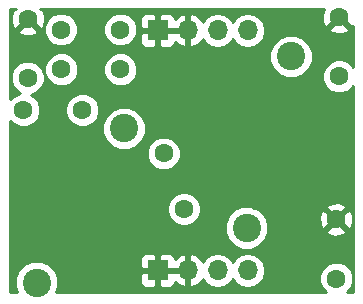
<source format=gbr>
G04 #@! TF.FileFunction,Copper,L2,Bot,Signal*
%FSLAX46Y46*%
G04 Gerber Fmt 4.6, Leading zero omitted, Abs format (unit mm)*
G04 Created by KiCad (PCBNEW 4.0.7) date 12/28/22 10:35:37*
%MOMM*%
%LPD*%
G01*
G04 APERTURE LIST*
%ADD10C,0.100000*%
%ADD11C,2.400000*%
%ADD12C,1.600000*%
%ADD13R,1.700000X1.700000*%
%ADD14O,1.700000X1.700000*%
%ADD15C,0.254000*%
G04 APERTURE END LIST*
D10*
D11*
X129720000Y-99739705D03*
X122337583Y-112786425D03*
D12*
X147940000Y-90330000D03*
X147940000Y-95330000D03*
X129400000Y-91360000D03*
X124400000Y-91360000D03*
X129420000Y-94720000D03*
X124420000Y-94720000D03*
X121580000Y-90450000D03*
X121580000Y-95450000D03*
X126200000Y-98180000D03*
X121200000Y-98180000D03*
X147701000Y-107442000D03*
X147701000Y-112442000D03*
D11*
X143868600Y-93639452D03*
X140114472Y-108152326D03*
D13*
X132588000Y-111760000D03*
D14*
X135128000Y-111760000D03*
X137668000Y-111760000D03*
X140208000Y-111760000D03*
D13*
X132588000Y-91440000D03*
D14*
X135128000Y-91440000D03*
X137668000Y-91440000D03*
X140208000Y-91440000D03*
D12*
X133096000Y-101854000D03*
X134806101Y-106552463D03*
D15*
G36*
X120572253Y-89621861D02*
X120326136Y-89695995D01*
X120133035Y-90233223D01*
X120160222Y-90803454D01*
X120326136Y-91204005D01*
X120572255Y-91278139D01*
X121400395Y-90450000D01*
X121386252Y-90435858D01*
X121565858Y-90256252D01*
X121580000Y-90270395D01*
X121594142Y-90256252D01*
X121773748Y-90435858D01*
X121759605Y-90450000D01*
X122587745Y-91278139D01*
X122833864Y-91204005D01*
X123026965Y-90666777D01*
X122999778Y-90096546D01*
X122833864Y-89695995D01*
X122587747Y-89621861D01*
X122599608Y-89610000D01*
X146673913Y-89610000D01*
X146493035Y-90113223D01*
X146520222Y-90683454D01*
X146686136Y-91084005D01*
X146932255Y-91158139D01*
X147760395Y-90330000D01*
X147746252Y-90315858D01*
X147925858Y-90136252D01*
X147940000Y-90150395D01*
X147954142Y-90136252D01*
X148133748Y-90315858D01*
X148119605Y-90330000D01*
X148947745Y-91158139D01*
X149150000Y-91097217D01*
X149150000Y-94510944D01*
X148753923Y-94114176D01*
X148226691Y-93895250D01*
X147655813Y-93894752D01*
X147128200Y-94112757D01*
X146724176Y-94516077D01*
X146505250Y-95043309D01*
X146504752Y-95614187D01*
X146722757Y-96141800D01*
X147126077Y-96545824D01*
X147653309Y-96764750D01*
X148224187Y-96765248D01*
X148751800Y-96547243D01*
X149150000Y-96149737D01*
X149150000Y-113590000D01*
X148582164Y-113590000D01*
X148916824Y-113255923D01*
X149135750Y-112728691D01*
X149136248Y-112157813D01*
X148918243Y-111630200D01*
X148514923Y-111226176D01*
X147987691Y-111007250D01*
X147416813Y-111006752D01*
X146889200Y-111224757D01*
X146485176Y-111628077D01*
X146266250Y-112155309D01*
X146265752Y-112726187D01*
X146483757Y-113253800D01*
X146819371Y-113590000D01*
X123990818Y-113590000D01*
X124172264Y-113153030D01*
X124172901Y-112423022D01*
X124017016Y-112045750D01*
X131103000Y-112045750D01*
X131103000Y-112736309D01*
X131199673Y-112969698D01*
X131378301Y-113148327D01*
X131611690Y-113245000D01*
X132302250Y-113245000D01*
X132461000Y-113086250D01*
X132461000Y-111887000D01*
X132715000Y-111887000D01*
X132715000Y-113086250D01*
X132873750Y-113245000D01*
X133564310Y-113245000D01*
X133797699Y-113148327D01*
X133976327Y-112969698D01*
X134063136Y-112760122D01*
X134361076Y-113031645D01*
X134771110Y-113201476D01*
X135001000Y-113080155D01*
X135001000Y-111887000D01*
X132715000Y-111887000D01*
X132461000Y-111887000D01*
X131261750Y-111887000D01*
X131103000Y-112045750D01*
X124017016Y-112045750D01*
X123894128Y-111748339D01*
X123378384Y-111231695D01*
X122704188Y-110951744D01*
X121974180Y-110951107D01*
X121299497Y-111229880D01*
X120782853Y-111745624D01*
X120502902Y-112419820D01*
X120502265Y-113149828D01*
X120684140Y-113590000D01*
X120090000Y-113590000D01*
X120090000Y-110783691D01*
X131103000Y-110783691D01*
X131103000Y-111474250D01*
X131261750Y-111633000D01*
X132461000Y-111633000D01*
X132461000Y-110433750D01*
X132715000Y-110433750D01*
X132715000Y-111633000D01*
X135001000Y-111633000D01*
X135001000Y-110439845D01*
X135255000Y-110439845D01*
X135255000Y-111633000D01*
X135275000Y-111633000D01*
X135275000Y-111887000D01*
X135255000Y-111887000D01*
X135255000Y-113080155D01*
X135484890Y-113201476D01*
X135894924Y-113031645D01*
X136323183Y-112641358D01*
X136390298Y-112498447D01*
X136617946Y-112839147D01*
X137099715Y-113161054D01*
X137668000Y-113274093D01*
X138236285Y-113161054D01*
X138718054Y-112839147D01*
X138938000Y-112509974D01*
X139157946Y-112839147D01*
X139639715Y-113161054D01*
X140208000Y-113274093D01*
X140776285Y-113161054D01*
X141258054Y-112839147D01*
X141579961Y-112357378D01*
X141693000Y-111789093D01*
X141693000Y-111730907D01*
X141579961Y-111162622D01*
X141258054Y-110680853D01*
X140776285Y-110358946D01*
X140208000Y-110245907D01*
X139639715Y-110358946D01*
X139157946Y-110680853D01*
X138938000Y-111010026D01*
X138718054Y-110680853D01*
X138236285Y-110358946D01*
X137668000Y-110245907D01*
X137099715Y-110358946D01*
X136617946Y-110680853D01*
X136390298Y-111021553D01*
X136323183Y-110878642D01*
X135894924Y-110488355D01*
X135484890Y-110318524D01*
X135255000Y-110439845D01*
X135001000Y-110439845D01*
X134771110Y-110318524D01*
X134361076Y-110488355D01*
X134063136Y-110759878D01*
X133976327Y-110550302D01*
X133797699Y-110371673D01*
X133564310Y-110275000D01*
X132873750Y-110275000D01*
X132715000Y-110433750D01*
X132461000Y-110433750D01*
X132302250Y-110275000D01*
X131611690Y-110275000D01*
X131378301Y-110371673D01*
X131199673Y-110550302D01*
X131103000Y-110783691D01*
X120090000Y-110783691D01*
X120090000Y-108515729D01*
X138279154Y-108515729D01*
X138557927Y-109190412D01*
X139073671Y-109707056D01*
X139747867Y-109987007D01*
X140477875Y-109987644D01*
X141152558Y-109708871D01*
X141669202Y-109193127D01*
X141949153Y-108518931D01*
X141949213Y-108449745D01*
X146872861Y-108449745D01*
X146946995Y-108695864D01*
X147484223Y-108888965D01*
X148054454Y-108861778D01*
X148455005Y-108695864D01*
X148529139Y-108449745D01*
X147701000Y-107621605D01*
X146872861Y-108449745D01*
X141949213Y-108449745D01*
X141949790Y-107788923D01*
X141716875Y-107225223D01*
X146254035Y-107225223D01*
X146281222Y-107795454D01*
X146447136Y-108196005D01*
X146693255Y-108270139D01*
X147521395Y-107442000D01*
X147880605Y-107442000D01*
X148708745Y-108270139D01*
X148954864Y-108196005D01*
X149147965Y-107658777D01*
X149120778Y-107088546D01*
X148954864Y-106687995D01*
X148708745Y-106613861D01*
X147880605Y-107442000D01*
X147521395Y-107442000D01*
X146693255Y-106613861D01*
X146447136Y-106687995D01*
X146254035Y-107225223D01*
X141716875Y-107225223D01*
X141671017Y-107114240D01*
X141155273Y-106597596D01*
X140761905Y-106434255D01*
X146872861Y-106434255D01*
X147701000Y-107262395D01*
X148529139Y-106434255D01*
X148455005Y-106188136D01*
X147917777Y-105995035D01*
X147347546Y-106022222D01*
X146946995Y-106188136D01*
X146872861Y-106434255D01*
X140761905Y-106434255D01*
X140481077Y-106317645D01*
X139751069Y-106317008D01*
X139076386Y-106595781D01*
X138559742Y-107111525D01*
X138279791Y-107785721D01*
X138279154Y-108515729D01*
X120090000Y-108515729D01*
X120090000Y-106836650D01*
X133370853Y-106836650D01*
X133588858Y-107364263D01*
X133992178Y-107768287D01*
X134519410Y-107987213D01*
X135090288Y-107987711D01*
X135617901Y-107769706D01*
X136021925Y-107366386D01*
X136240851Y-106839154D01*
X136241349Y-106268276D01*
X136023344Y-105740663D01*
X135620024Y-105336639D01*
X135092792Y-105117713D01*
X134521914Y-105117215D01*
X133994301Y-105335220D01*
X133590277Y-105738540D01*
X133371351Y-106265772D01*
X133370853Y-106836650D01*
X120090000Y-106836650D01*
X120090000Y-102138187D01*
X131660752Y-102138187D01*
X131878757Y-102665800D01*
X132282077Y-103069824D01*
X132809309Y-103288750D01*
X133380187Y-103289248D01*
X133907800Y-103071243D01*
X134311824Y-102667923D01*
X134530750Y-102140691D01*
X134531248Y-101569813D01*
X134313243Y-101042200D01*
X133909923Y-100638176D01*
X133382691Y-100419250D01*
X132811813Y-100418752D01*
X132284200Y-100636757D01*
X131880176Y-101040077D01*
X131661250Y-101567309D01*
X131660752Y-102138187D01*
X120090000Y-102138187D01*
X120090000Y-100103108D01*
X127884682Y-100103108D01*
X128163455Y-100777791D01*
X128679199Y-101294435D01*
X129353395Y-101574386D01*
X130083403Y-101575023D01*
X130758086Y-101296250D01*
X131274730Y-100780506D01*
X131554681Y-100106310D01*
X131555318Y-99376302D01*
X131276545Y-98701619D01*
X130760801Y-98184975D01*
X130086605Y-97905024D01*
X129356597Y-97904387D01*
X128681914Y-98183160D01*
X128165270Y-98698904D01*
X127885319Y-99373100D01*
X127884682Y-100103108D01*
X120090000Y-100103108D01*
X120090000Y-99099230D01*
X120386077Y-99395824D01*
X120913309Y-99614750D01*
X121484187Y-99615248D01*
X122011800Y-99397243D01*
X122415824Y-98993923D01*
X122634750Y-98466691D01*
X122634752Y-98464187D01*
X124764752Y-98464187D01*
X124982757Y-98991800D01*
X125386077Y-99395824D01*
X125913309Y-99614750D01*
X126484187Y-99615248D01*
X127011800Y-99397243D01*
X127415824Y-98993923D01*
X127634750Y-98466691D01*
X127635248Y-97895813D01*
X127417243Y-97368200D01*
X127013923Y-96964176D01*
X126486691Y-96745250D01*
X125915813Y-96744752D01*
X125388200Y-96962757D01*
X124984176Y-97366077D01*
X124765250Y-97893309D01*
X124764752Y-98464187D01*
X122634752Y-98464187D01*
X122635248Y-97895813D01*
X122417243Y-97368200D01*
X122013923Y-96964176D01*
X121823758Y-96885213D01*
X121864187Y-96885248D01*
X122391800Y-96667243D01*
X122795824Y-96263923D01*
X123014750Y-95736691D01*
X123015248Y-95165813D01*
X122948466Y-95004187D01*
X122984752Y-95004187D01*
X123202757Y-95531800D01*
X123606077Y-95935824D01*
X124133309Y-96154750D01*
X124704187Y-96155248D01*
X125231800Y-95937243D01*
X125635824Y-95533923D01*
X125854750Y-95006691D01*
X125854752Y-95004187D01*
X127984752Y-95004187D01*
X128202757Y-95531800D01*
X128606077Y-95935824D01*
X129133309Y-96154750D01*
X129704187Y-96155248D01*
X130231800Y-95937243D01*
X130635824Y-95533923D01*
X130854750Y-95006691D01*
X130855248Y-94435813D01*
X130676354Y-94002855D01*
X142033282Y-94002855D01*
X142312055Y-94677538D01*
X142827799Y-95194182D01*
X143501995Y-95474133D01*
X144232003Y-95474770D01*
X144906686Y-95195997D01*
X145423330Y-94680253D01*
X145703281Y-94006057D01*
X145703918Y-93276049D01*
X145425145Y-92601366D01*
X144909401Y-92084722D01*
X144235205Y-91804771D01*
X143505197Y-91804134D01*
X142830514Y-92082907D01*
X142313870Y-92598651D01*
X142033919Y-93272847D01*
X142033282Y-94002855D01*
X130676354Y-94002855D01*
X130637243Y-93908200D01*
X130233923Y-93504176D01*
X129706691Y-93285250D01*
X129135813Y-93284752D01*
X128608200Y-93502757D01*
X128204176Y-93906077D01*
X127985250Y-94433309D01*
X127984752Y-95004187D01*
X125854752Y-95004187D01*
X125855248Y-94435813D01*
X125637243Y-93908200D01*
X125233923Y-93504176D01*
X124706691Y-93285250D01*
X124135813Y-93284752D01*
X123608200Y-93502757D01*
X123204176Y-93906077D01*
X122985250Y-94433309D01*
X122984752Y-95004187D01*
X122948466Y-95004187D01*
X122797243Y-94638200D01*
X122393923Y-94234176D01*
X121866691Y-94015250D01*
X121295813Y-94014752D01*
X120768200Y-94232757D01*
X120364176Y-94636077D01*
X120145250Y-95163309D01*
X120144752Y-95734187D01*
X120362757Y-96261800D01*
X120766077Y-96665824D01*
X120956242Y-96744787D01*
X120915813Y-96744752D01*
X120388200Y-96962757D01*
X120090000Y-97260437D01*
X120090000Y-91457745D01*
X120751861Y-91457745D01*
X120825995Y-91703864D01*
X121363223Y-91896965D01*
X121933454Y-91869778D01*
X122334005Y-91703864D01*
X122351980Y-91644187D01*
X122964752Y-91644187D01*
X123182757Y-92171800D01*
X123586077Y-92575824D01*
X124113309Y-92794750D01*
X124684187Y-92795248D01*
X125211800Y-92577243D01*
X125615824Y-92173923D01*
X125834750Y-91646691D01*
X125834752Y-91644187D01*
X127964752Y-91644187D01*
X128182757Y-92171800D01*
X128586077Y-92575824D01*
X129113309Y-92794750D01*
X129684187Y-92795248D01*
X130211800Y-92577243D01*
X130615824Y-92173923D01*
X130801921Y-91725750D01*
X131103000Y-91725750D01*
X131103000Y-92416309D01*
X131199673Y-92649698D01*
X131378301Y-92828327D01*
X131611690Y-92925000D01*
X132302250Y-92925000D01*
X132461000Y-92766250D01*
X132461000Y-91567000D01*
X132715000Y-91567000D01*
X132715000Y-92766250D01*
X132873750Y-92925000D01*
X133564310Y-92925000D01*
X133797699Y-92828327D01*
X133976327Y-92649698D01*
X134063136Y-92440122D01*
X134361076Y-92711645D01*
X134771110Y-92881476D01*
X135001000Y-92760155D01*
X135001000Y-91567000D01*
X132715000Y-91567000D01*
X132461000Y-91567000D01*
X131261750Y-91567000D01*
X131103000Y-91725750D01*
X130801921Y-91725750D01*
X130834750Y-91646691D01*
X130835248Y-91075813D01*
X130617243Y-90548200D01*
X130532882Y-90463691D01*
X131103000Y-90463691D01*
X131103000Y-91154250D01*
X131261750Y-91313000D01*
X132461000Y-91313000D01*
X132461000Y-90113750D01*
X132715000Y-90113750D01*
X132715000Y-91313000D01*
X135001000Y-91313000D01*
X135001000Y-90119845D01*
X135255000Y-90119845D01*
X135255000Y-91313000D01*
X135275000Y-91313000D01*
X135275000Y-91567000D01*
X135255000Y-91567000D01*
X135255000Y-92760155D01*
X135484890Y-92881476D01*
X135894924Y-92711645D01*
X136323183Y-92321358D01*
X136390298Y-92178447D01*
X136617946Y-92519147D01*
X137099715Y-92841054D01*
X137668000Y-92954093D01*
X138236285Y-92841054D01*
X138718054Y-92519147D01*
X138938000Y-92189974D01*
X139157946Y-92519147D01*
X139639715Y-92841054D01*
X140208000Y-92954093D01*
X140776285Y-92841054D01*
X141258054Y-92519147D01*
X141579961Y-92037378D01*
X141693000Y-91469093D01*
X141693000Y-91410907D01*
X141678448Y-91337745D01*
X147111861Y-91337745D01*
X147185995Y-91583864D01*
X147723223Y-91776965D01*
X148293454Y-91749778D01*
X148694005Y-91583864D01*
X148768139Y-91337745D01*
X147940000Y-90509605D01*
X147111861Y-91337745D01*
X141678448Y-91337745D01*
X141579961Y-90842622D01*
X141258054Y-90360853D01*
X140776285Y-90038946D01*
X140208000Y-89925907D01*
X139639715Y-90038946D01*
X139157946Y-90360853D01*
X138938000Y-90690026D01*
X138718054Y-90360853D01*
X138236285Y-90038946D01*
X137668000Y-89925907D01*
X137099715Y-90038946D01*
X136617946Y-90360853D01*
X136390298Y-90701553D01*
X136323183Y-90558642D01*
X135894924Y-90168355D01*
X135484890Y-89998524D01*
X135255000Y-90119845D01*
X135001000Y-90119845D01*
X134771110Y-89998524D01*
X134361076Y-90168355D01*
X134063136Y-90439878D01*
X133976327Y-90230302D01*
X133797699Y-90051673D01*
X133564310Y-89955000D01*
X132873750Y-89955000D01*
X132715000Y-90113750D01*
X132461000Y-90113750D01*
X132302250Y-89955000D01*
X131611690Y-89955000D01*
X131378301Y-90051673D01*
X131199673Y-90230302D01*
X131103000Y-90463691D01*
X130532882Y-90463691D01*
X130213923Y-90144176D01*
X129686691Y-89925250D01*
X129115813Y-89924752D01*
X128588200Y-90142757D01*
X128184176Y-90546077D01*
X127965250Y-91073309D01*
X127964752Y-91644187D01*
X125834752Y-91644187D01*
X125835248Y-91075813D01*
X125617243Y-90548200D01*
X125213923Y-90144176D01*
X124686691Y-89925250D01*
X124115813Y-89924752D01*
X123588200Y-90142757D01*
X123184176Y-90546077D01*
X122965250Y-91073309D01*
X122964752Y-91644187D01*
X122351980Y-91644187D01*
X122408139Y-91457745D01*
X121580000Y-90629605D01*
X120751861Y-91457745D01*
X120090000Y-91457745D01*
X120090000Y-89610000D01*
X120560392Y-89610000D01*
X120572253Y-89621861D01*
X120572253Y-89621861D01*
G37*
X120572253Y-89621861D02*
X120326136Y-89695995D01*
X120133035Y-90233223D01*
X120160222Y-90803454D01*
X120326136Y-91204005D01*
X120572255Y-91278139D01*
X121400395Y-90450000D01*
X121386252Y-90435858D01*
X121565858Y-90256252D01*
X121580000Y-90270395D01*
X121594142Y-90256252D01*
X121773748Y-90435858D01*
X121759605Y-90450000D01*
X122587745Y-91278139D01*
X122833864Y-91204005D01*
X123026965Y-90666777D01*
X122999778Y-90096546D01*
X122833864Y-89695995D01*
X122587747Y-89621861D01*
X122599608Y-89610000D01*
X146673913Y-89610000D01*
X146493035Y-90113223D01*
X146520222Y-90683454D01*
X146686136Y-91084005D01*
X146932255Y-91158139D01*
X147760395Y-90330000D01*
X147746252Y-90315858D01*
X147925858Y-90136252D01*
X147940000Y-90150395D01*
X147954142Y-90136252D01*
X148133748Y-90315858D01*
X148119605Y-90330000D01*
X148947745Y-91158139D01*
X149150000Y-91097217D01*
X149150000Y-94510944D01*
X148753923Y-94114176D01*
X148226691Y-93895250D01*
X147655813Y-93894752D01*
X147128200Y-94112757D01*
X146724176Y-94516077D01*
X146505250Y-95043309D01*
X146504752Y-95614187D01*
X146722757Y-96141800D01*
X147126077Y-96545824D01*
X147653309Y-96764750D01*
X148224187Y-96765248D01*
X148751800Y-96547243D01*
X149150000Y-96149737D01*
X149150000Y-113590000D01*
X148582164Y-113590000D01*
X148916824Y-113255923D01*
X149135750Y-112728691D01*
X149136248Y-112157813D01*
X148918243Y-111630200D01*
X148514923Y-111226176D01*
X147987691Y-111007250D01*
X147416813Y-111006752D01*
X146889200Y-111224757D01*
X146485176Y-111628077D01*
X146266250Y-112155309D01*
X146265752Y-112726187D01*
X146483757Y-113253800D01*
X146819371Y-113590000D01*
X123990818Y-113590000D01*
X124172264Y-113153030D01*
X124172901Y-112423022D01*
X124017016Y-112045750D01*
X131103000Y-112045750D01*
X131103000Y-112736309D01*
X131199673Y-112969698D01*
X131378301Y-113148327D01*
X131611690Y-113245000D01*
X132302250Y-113245000D01*
X132461000Y-113086250D01*
X132461000Y-111887000D01*
X132715000Y-111887000D01*
X132715000Y-113086250D01*
X132873750Y-113245000D01*
X133564310Y-113245000D01*
X133797699Y-113148327D01*
X133976327Y-112969698D01*
X134063136Y-112760122D01*
X134361076Y-113031645D01*
X134771110Y-113201476D01*
X135001000Y-113080155D01*
X135001000Y-111887000D01*
X132715000Y-111887000D01*
X132461000Y-111887000D01*
X131261750Y-111887000D01*
X131103000Y-112045750D01*
X124017016Y-112045750D01*
X123894128Y-111748339D01*
X123378384Y-111231695D01*
X122704188Y-110951744D01*
X121974180Y-110951107D01*
X121299497Y-111229880D01*
X120782853Y-111745624D01*
X120502902Y-112419820D01*
X120502265Y-113149828D01*
X120684140Y-113590000D01*
X120090000Y-113590000D01*
X120090000Y-110783691D01*
X131103000Y-110783691D01*
X131103000Y-111474250D01*
X131261750Y-111633000D01*
X132461000Y-111633000D01*
X132461000Y-110433750D01*
X132715000Y-110433750D01*
X132715000Y-111633000D01*
X135001000Y-111633000D01*
X135001000Y-110439845D01*
X135255000Y-110439845D01*
X135255000Y-111633000D01*
X135275000Y-111633000D01*
X135275000Y-111887000D01*
X135255000Y-111887000D01*
X135255000Y-113080155D01*
X135484890Y-113201476D01*
X135894924Y-113031645D01*
X136323183Y-112641358D01*
X136390298Y-112498447D01*
X136617946Y-112839147D01*
X137099715Y-113161054D01*
X137668000Y-113274093D01*
X138236285Y-113161054D01*
X138718054Y-112839147D01*
X138938000Y-112509974D01*
X139157946Y-112839147D01*
X139639715Y-113161054D01*
X140208000Y-113274093D01*
X140776285Y-113161054D01*
X141258054Y-112839147D01*
X141579961Y-112357378D01*
X141693000Y-111789093D01*
X141693000Y-111730907D01*
X141579961Y-111162622D01*
X141258054Y-110680853D01*
X140776285Y-110358946D01*
X140208000Y-110245907D01*
X139639715Y-110358946D01*
X139157946Y-110680853D01*
X138938000Y-111010026D01*
X138718054Y-110680853D01*
X138236285Y-110358946D01*
X137668000Y-110245907D01*
X137099715Y-110358946D01*
X136617946Y-110680853D01*
X136390298Y-111021553D01*
X136323183Y-110878642D01*
X135894924Y-110488355D01*
X135484890Y-110318524D01*
X135255000Y-110439845D01*
X135001000Y-110439845D01*
X134771110Y-110318524D01*
X134361076Y-110488355D01*
X134063136Y-110759878D01*
X133976327Y-110550302D01*
X133797699Y-110371673D01*
X133564310Y-110275000D01*
X132873750Y-110275000D01*
X132715000Y-110433750D01*
X132461000Y-110433750D01*
X132302250Y-110275000D01*
X131611690Y-110275000D01*
X131378301Y-110371673D01*
X131199673Y-110550302D01*
X131103000Y-110783691D01*
X120090000Y-110783691D01*
X120090000Y-108515729D01*
X138279154Y-108515729D01*
X138557927Y-109190412D01*
X139073671Y-109707056D01*
X139747867Y-109987007D01*
X140477875Y-109987644D01*
X141152558Y-109708871D01*
X141669202Y-109193127D01*
X141949153Y-108518931D01*
X141949213Y-108449745D01*
X146872861Y-108449745D01*
X146946995Y-108695864D01*
X147484223Y-108888965D01*
X148054454Y-108861778D01*
X148455005Y-108695864D01*
X148529139Y-108449745D01*
X147701000Y-107621605D01*
X146872861Y-108449745D01*
X141949213Y-108449745D01*
X141949790Y-107788923D01*
X141716875Y-107225223D01*
X146254035Y-107225223D01*
X146281222Y-107795454D01*
X146447136Y-108196005D01*
X146693255Y-108270139D01*
X147521395Y-107442000D01*
X147880605Y-107442000D01*
X148708745Y-108270139D01*
X148954864Y-108196005D01*
X149147965Y-107658777D01*
X149120778Y-107088546D01*
X148954864Y-106687995D01*
X148708745Y-106613861D01*
X147880605Y-107442000D01*
X147521395Y-107442000D01*
X146693255Y-106613861D01*
X146447136Y-106687995D01*
X146254035Y-107225223D01*
X141716875Y-107225223D01*
X141671017Y-107114240D01*
X141155273Y-106597596D01*
X140761905Y-106434255D01*
X146872861Y-106434255D01*
X147701000Y-107262395D01*
X148529139Y-106434255D01*
X148455005Y-106188136D01*
X147917777Y-105995035D01*
X147347546Y-106022222D01*
X146946995Y-106188136D01*
X146872861Y-106434255D01*
X140761905Y-106434255D01*
X140481077Y-106317645D01*
X139751069Y-106317008D01*
X139076386Y-106595781D01*
X138559742Y-107111525D01*
X138279791Y-107785721D01*
X138279154Y-108515729D01*
X120090000Y-108515729D01*
X120090000Y-106836650D01*
X133370853Y-106836650D01*
X133588858Y-107364263D01*
X133992178Y-107768287D01*
X134519410Y-107987213D01*
X135090288Y-107987711D01*
X135617901Y-107769706D01*
X136021925Y-107366386D01*
X136240851Y-106839154D01*
X136241349Y-106268276D01*
X136023344Y-105740663D01*
X135620024Y-105336639D01*
X135092792Y-105117713D01*
X134521914Y-105117215D01*
X133994301Y-105335220D01*
X133590277Y-105738540D01*
X133371351Y-106265772D01*
X133370853Y-106836650D01*
X120090000Y-106836650D01*
X120090000Y-102138187D01*
X131660752Y-102138187D01*
X131878757Y-102665800D01*
X132282077Y-103069824D01*
X132809309Y-103288750D01*
X133380187Y-103289248D01*
X133907800Y-103071243D01*
X134311824Y-102667923D01*
X134530750Y-102140691D01*
X134531248Y-101569813D01*
X134313243Y-101042200D01*
X133909923Y-100638176D01*
X133382691Y-100419250D01*
X132811813Y-100418752D01*
X132284200Y-100636757D01*
X131880176Y-101040077D01*
X131661250Y-101567309D01*
X131660752Y-102138187D01*
X120090000Y-102138187D01*
X120090000Y-100103108D01*
X127884682Y-100103108D01*
X128163455Y-100777791D01*
X128679199Y-101294435D01*
X129353395Y-101574386D01*
X130083403Y-101575023D01*
X130758086Y-101296250D01*
X131274730Y-100780506D01*
X131554681Y-100106310D01*
X131555318Y-99376302D01*
X131276545Y-98701619D01*
X130760801Y-98184975D01*
X130086605Y-97905024D01*
X129356597Y-97904387D01*
X128681914Y-98183160D01*
X128165270Y-98698904D01*
X127885319Y-99373100D01*
X127884682Y-100103108D01*
X120090000Y-100103108D01*
X120090000Y-99099230D01*
X120386077Y-99395824D01*
X120913309Y-99614750D01*
X121484187Y-99615248D01*
X122011800Y-99397243D01*
X122415824Y-98993923D01*
X122634750Y-98466691D01*
X122634752Y-98464187D01*
X124764752Y-98464187D01*
X124982757Y-98991800D01*
X125386077Y-99395824D01*
X125913309Y-99614750D01*
X126484187Y-99615248D01*
X127011800Y-99397243D01*
X127415824Y-98993923D01*
X127634750Y-98466691D01*
X127635248Y-97895813D01*
X127417243Y-97368200D01*
X127013923Y-96964176D01*
X126486691Y-96745250D01*
X125915813Y-96744752D01*
X125388200Y-96962757D01*
X124984176Y-97366077D01*
X124765250Y-97893309D01*
X124764752Y-98464187D01*
X122634752Y-98464187D01*
X122635248Y-97895813D01*
X122417243Y-97368200D01*
X122013923Y-96964176D01*
X121823758Y-96885213D01*
X121864187Y-96885248D01*
X122391800Y-96667243D01*
X122795824Y-96263923D01*
X123014750Y-95736691D01*
X123015248Y-95165813D01*
X122948466Y-95004187D01*
X122984752Y-95004187D01*
X123202757Y-95531800D01*
X123606077Y-95935824D01*
X124133309Y-96154750D01*
X124704187Y-96155248D01*
X125231800Y-95937243D01*
X125635824Y-95533923D01*
X125854750Y-95006691D01*
X125854752Y-95004187D01*
X127984752Y-95004187D01*
X128202757Y-95531800D01*
X128606077Y-95935824D01*
X129133309Y-96154750D01*
X129704187Y-96155248D01*
X130231800Y-95937243D01*
X130635824Y-95533923D01*
X130854750Y-95006691D01*
X130855248Y-94435813D01*
X130676354Y-94002855D01*
X142033282Y-94002855D01*
X142312055Y-94677538D01*
X142827799Y-95194182D01*
X143501995Y-95474133D01*
X144232003Y-95474770D01*
X144906686Y-95195997D01*
X145423330Y-94680253D01*
X145703281Y-94006057D01*
X145703918Y-93276049D01*
X145425145Y-92601366D01*
X144909401Y-92084722D01*
X144235205Y-91804771D01*
X143505197Y-91804134D01*
X142830514Y-92082907D01*
X142313870Y-92598651D01*
X142033919Y-93272847D01*
X142033282Y-94002855D01*
X130676354Y-94002855D01*
X130637243Y-93908200D01*
X130233923Y-93504176D01*
X129706691Y-93285250D01*
X129135813Y-93284752D01*
X128608200Y-93502757D01*
X128204176Y-93906077D01*
X127985250Y-94433309D01*
X127984752Y-95004187D01*
X125854752Y-95004187D01*
X125855248Y-94435813D01*
X125637243Y-93908200D01*
X125233923Y-93504176D01*
X124706691Y-93285250D01*
X124135813Y-93284752D01*
X123608200Y-93502757D01*
X123204176Y-93906077D01*
X122985250Y-94433309D01*
X122984752Y-95004187D01*
X122948466Y-95004187D01*
X122797243Y-94638200D01*
X122393923Y-94234176D01*
X121866691Y-94015250D01*
X121295813Y-94014752D01*
X120768200Y-94232757D01*
X120364176Y-94636077D01*
X120145250Y-95163309D01*
X120144752Y-95734187D01*
X120362757Y-96261800D01*
X120766077Y-96665824D01*
X120956242Y-96744787D01*
X120915813Y-96744752D01*
X120388200Y-96962757D01*
X120090000Y-97260437D01*
X120090000Y-91457745D01*
X120751861Y-91457745D01*
X120825995Y-91703864D01*
X121363223Y-91896965D01*
X121933454Y-91869778D01*
X122334005Y-91703864D01*
X122351980Y-91644187D01*
X122964752Y-91644187D01*
X123182757Y-92171800D01*
X123586077Y-92575824D01*
X124113309Y-92794750D01*
X124684187Y-92795248D01*
X125211800Y-92577243D01*
X125615824Y-92173923D01*
X125834750Y-91646691D01*
X125834752Y-91644187D01*
X127964752Y-91644187D01*
X128182757Y-92171800D01*
X128586077Y-92575824D01*
X129113309Y-92794750D01*
X129684187Y-92795248D01*
X130211800Y-92577243D01*
X130615824Y-92173923D01*
X130801921Y-91725750D01*
X131103000Y-91725750D01*
X131103000Y-92416309D01*
X131199673Y-92649698D01*
X131378301Y-92828327D01*
X131611690Y-92925000D01*
X132302250Y-92925000D01*
X132461000Y-92766250D01*
X132461000Y-91567000D01*
X132715000Y-91567000D01*
X132715000Y-92766250D01*
X132873750Y-92925000D01*
X133564310Y-92925000D01*
X133797699Y-92828327D01*
X133976327Y-92649698D01*
X134063136Y-92440122D01*
X134361076Y-92711645D01*
X134771110Y-92881476D01*
X135001000Y-92760155D01*
X135001000Y-91567000D01*
X132715000Y-91567000D01*
X132461000Y-91567000D01*
X131261750Y-91567000D01*
X131103000Y-91725750D01*
X130801921Y-91725750D01*
X130834750Y-91646691D01*
X130835248Y-91075813D01*
X130617243Y-90548200D01*
X130532882Y-90463691D01*
X131103000Y-90463691D01*
X131103000Y-91154250D01*
X131261750Y-91313000D01*
X132461000Y-91313000D01*
X132461000Y-90113750D01*
X132715000Y-90113750D01*
X132715000Y-91313000D01*
X135001000Y-91313000D01*
X135001000Y-90119845D01*
X135255000Y-90119845D01*
X135255000Y-91313000D01*
X135275000Y-91313000D01*
X135275000Y-91567000D01*
X135255000Y-91567000D01*
X135255000Y-92760155D01*
X135484890Y-92881476D01*
X135894924Y-92711645D01*
X136323183Y-92321358D01*
X136390298Y-92178447D01*
X136617946Y-92519147D01*
X137099715Y-92841054D01*
X137668000Y-92954093D01*
X138236285Y-92841054D01*
X138718054Y-92519147D01*
X138938000Y-92189974D01*
X139157946Y-92519147D01*
X139639715Y-92841054D01*
X140208000Y-92954093D01*
X140776285Y-92841054D01*
X141258054Y-92519147D01*
X141579961Y-92037378D01*
X141693000Y-91469093D01*
X141693000Y-91410907D01*
X141678448Y-91337745D01*
X147111861Y-91337745D01*
X147185995Y-91583864D01*
X147723223Y-91776965D01*
X148293454Y-91749778D01*
X148694005Y-91583864D01*
X148768139Y-91337745D01*
X147940000Y-90509605D01*
X147111861Y-91337745D01*
X141678448Y-91337745D01*
X141579961Y-90842622D01*
X141258054Y-90360853D01*
X140776285Y-90038946D01*
X140208000Y-89925907D01*
X139639715Y-90038946D01*
X139157946Y-90360853D01*
X138938000Y-90690026D01*
X138718054Y-90360853D01*
X138236285Y-90038946D01*
X137668000Y-89925907D01*
X137099715Y-90038946D01*
X136617946Y-90360853D01*
X136390298Y-90701553D01*
X136323183Y-90558642D01*
X135894924Y-90168355D01*
X135484890Y-89998524D01*
X135255000Y-90119845D01*
X135001000Y-90119845D01*
X134771110Y-89998524D01*
X134361076Y-90168355D01*
X134063136Y-90439878D01*
X133976327Y-90230302D01*
X133797699Y-90051673D01*
X133564310Y-89955000D01*
X132873750Y-89955000D01*
X132715000Y-90113750D01*
X132461000Y-90113750D01*
X132302250Y-89955000D01*
X131611690Y-89955000D01*
X131378301Y-90051673D01*
X131199673Y-90230302D01*
X131103000Y-90463691D01*
X130532882Y-90463691D01*
X130213923Y-90144176D01*
X129686691Y-89925250D01*
X129115813Y-89924752D01*
X128588200Y-90142757D01*
X128184176Y-90546077D01*
X127965250Y-91073309D01*
X127964752Y-91644187D01*
X125834752Y-91644187D01*
X125835248Y-91075813D01*
X125617243Y-90548200D01*
X125213923Y-90144176D01*
X124686691Y-89925250D01*
X124115813Y-89924752D01*
X123588200Y-90142757D01*
X123184176Y-90546077D01*
X122965250Y-91073309D01*
X122964752Y-91644187D01*
X122351980Y-91644187D01*
X122408139Y-91457745D01*
X121580000Y-90629605D01*
X120751861Y-91457745D01*
X120090000Y-91457745D01*
X120090000Y-89610000D01*
X120560392Y-89610000D01*
X120572253Y-89621861D01*
M02*

</source>
